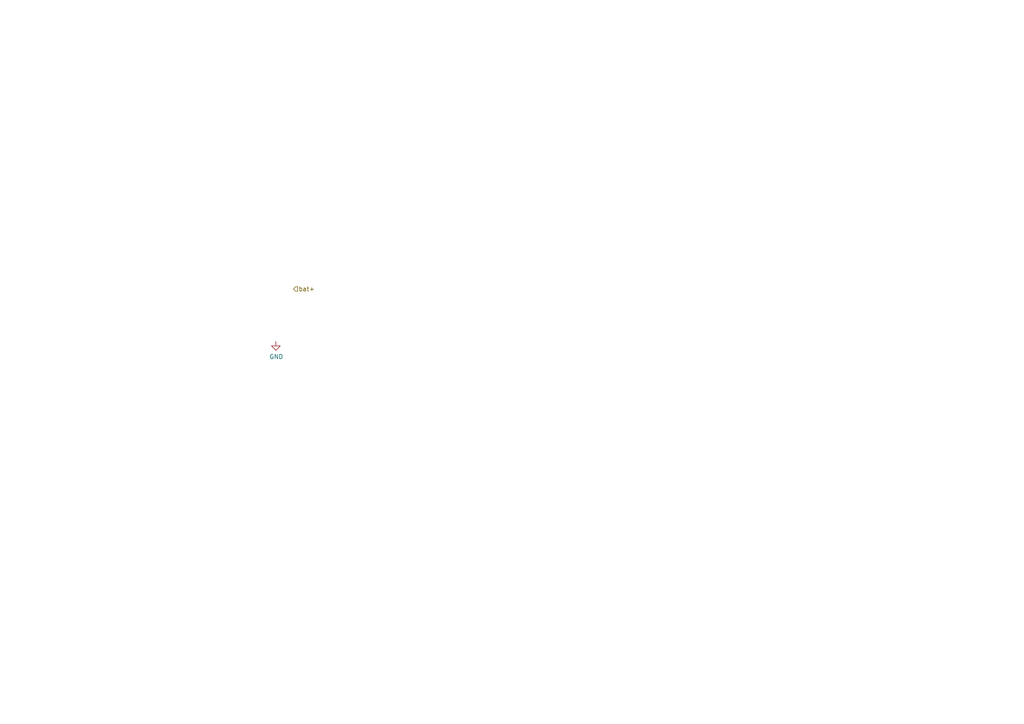
<source format=kicad_sch>
(kicad_sch (version 20231120) (generator "eeschema") (generator_version "8.0")
  (paper "A4")
  (lib_symbols
    (symbol "power:GND" (power) (pin_names (offset 0))
      (property "Value" "GND" (at 0 -3.81 0))
      (symbol "GND_0_1"
        (polyline (pts (xy 0 0) (xy 0 -1.27) (xy 1.27 -1.27) (xy 0 -2.54) (xy -1.27 -1.27) (xy 0 -1.27)))
      )
      (symbol "GND_1_1"
        (pin power_in line (at 0 0 270) (length 0) hide (name "GND") (number "1"))
      )
    )
  )
  (hierarchical_label "bat+" (shape input) (at 85.09 83.82 0))
  (symbol (lib_id "power:GND") (at 80.01 99.06 0) (unit 1)
    (property "Reference" "#PWR08" (effects (hide yes)))
    (property "Value" "GND" (at 80.137 103.4542 0))
  )
)
</source>
